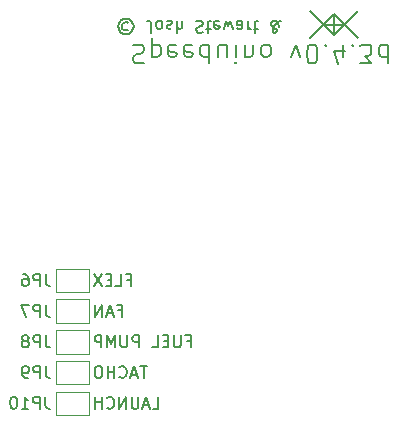
<source format=gbo>
G04 #@! TF.GenerationSoftware,KiCad,Pcbnew,(5.1.9-0-10_14)*
G04 #@! TF.CreationDate,2021-05-13T22:30:55+10:00*
G04 #@! TF.ProjectId,v0.4.3d,76302e34-2e33-4642-9e6b-696361645f70,4d*
G04 #@! TF.SameCoordinates,Original*
G04 #@! TF.FileFunction,Legend,Bot*
G04 #@! TF.FilePolarity,Positive*
%FSLAX46Y46*%
G04 Gerber Fmt 4.6, Leading zero omitted, Abs format (unit mm)*
G04 Created by KiCad (PCBNEW (5.1.9-0-10_14)) date 2021-05-13 22:30:55*
%MOMM*%
%LPD*%
G01*
G04 APERTURE LIST*
%ADD10C,0.150000*%
%ADD11C,0.120000*%
G04 APERTURE END LIST*
D10*
X162152000Y-88646000D02*
X164152000Y-90646000D01*
X164152000Y-88392000D02*
X162152000Y-90392000D01*
X144649880Y-111128571D02*
X144983214Y-111128571D01*
X144983214Y-111652380D02*
X144983214Y-110652380D01*
X144507023Y-110652380D01*
X143649880Y-111652380D02*
X144126071Y-111652380D01*
X144126071Y-110652380D01*
X143316547Y-111128571D02*
X142983214Y-111128571D01*
X142840357Y-111652380D02*
X143316547Y-111652380D01*
X143316547Y-110652380D01*
X142840357Y-110652380D01*
X142507023Y-110652380D02*
X141840357Y-111652380D01*
X141840357Y-110652380D02*
X142507023Y-111652380D01*
X143887976Y-113728571D02*
X144221309Y-113728571D01*
X144221309Y-114252380D02*
X144221309Y-113252380D01*
X143745119Y-113252380D01*
X143411785Y-113966666D02*
X142935595Y-113966666D01*
X143507023Y-114252380D02*
X143173690Y-113252380D01*
X142840357Y-114252380D01*
X142507023Y-114252380D02*
X142507023Y-113252380D01*
X141935595Y-114252380D01*
X141935595Y-113252380D01*
X149697500Y-116328571D02*
X150030833Y-116328571D01*
X150030833Y-116852380D02*
X150030833Y-115852380D01*
X149554642Y-115852380D01*
X149173690Y-115852380D02*
X149173690Y-116661904D01*
X149126071Y-116757142D01*
X149078452Y-116804761D01*
X148983214Y-116852380D01*
X148792738Y-116852380D01*
X148697500Y-116804761D01*
X148649880Y-116757142D01*
X148602261Y-116661904D01*
X148602261Y-115852380D01*
X148126071Y-116328571D02*
X147792738Y-116328571D01*
X147649880Y-116852380D02*
X148126071Y-116852380D01*
X148126071Y-115852380D01*
X147649880Y-115852380D01*
X146745119Y-116852380D02*
X147221309Y-116852380D01*
X147221309Y-115852380D01*
X145649880Y-116852380D02*
X145649880Y-115852380D01*
X145268928Y-115852380D01*
X145173690Y-115900000D01*
X145126071Y-115947619D01*
X145078452Y-116042857D01*
X145078452Y-116185714D01*
X145126071Y-116280952D01*
X145173690Y-116328571D01*
X145268928Y-116376190D01*
X145649880Y-116376190D01*
X144649880Y-115852380D02*
X144649880Y-116661904D01*
X144602261Y-116757142D01*
X144554642Y-116804761D01*
X144459404Y-116852380D01*
X144268928Y-116852380D01*
X144173690Y-116804761D01*
X144126071Y-116757142D01*
X144078452Y-116661904D01*
X144078452Y-115852380D01*
X143602261Y-116852380D02*
X143602261Y-115852380D01*
X143268928Y-116566666D01*
X142935595Y-115852380D01*
X142935595Y-116852380D01*
X142459404Y-116852380D02*
X142459404Y-115852380D01*
X142078452Y-115852380D01*
X141983214Y-115900000D01*
X141935595Y-115947619D01*
X141887976Y-116042857D01*
X141887976Y-116185714D01*
X141935595Y-116280952D01*
X141983214Y-116328571D01*
X142078452Y-116376190D01*
X142459404Y-116376190D01*
X146316547Y-118452380D02*
X145745119Y-118452380D01*
X146030833Y-119452380D02*
X146030833Y-118452380D01*
X145459404Y-119166666D02*
X144983214Y-119166666D01*
X145554642Y-119452380D02*
X145221309Y-118452380D01*
X144887976Y-119452380D01*
X143983214Y-119357142D02*
X144030833Y-119404761D01*
X144173690Y-119452380D01*
X144268928Y-119452380D01*
X144411785Y-119404761D01*
X144507023Y-119309523D01*
X144554642Y-119214285D01*
X144602261Y-119023809D01*
X144602261Y-118880952D01*
X144554642Y-118690476D01*
X144507023Y-118595238D01*
X144411785Y-118500000D01*
X144268928Y-118452380D01*
X144173690Y-118452380D01*
X144030833Y-118500000D01*
X143983214Y-118547619D01*
X143554642Y-119452380D02*
X143554642Y-118452380D01*
X143554642Y-118928571D02*
X142983214Y-118928571D01*
X142983214Y-119452380D02*
X142983214Y-118452380D01*
X142316547Y-118452380D02*
X142126071Y-118452380D01*
X142030833Y-118500000D01*
X141935595Y-118595238D01*
X141887976Y-118785714D01*
X141887976Y-119119047D01*
X141935595Y-119309523D01*
X142030833Y-119404761D01*
X142126071Y-119452380D01*
X142316547Y-119452380D01*
X142411785Y-119404761D01*
X142507023Y-119309523D01*
X142554642Y-119119047D01*
X142554642Y-118785714D01*
X142507023Y-118595238D01*
X142411785Y-118500000D01*
X142316547Y-118452380D01*
X146792738Y-122052380D02*
X147268928Y-122052380D01*
X147268928Y-121052380D01*
X146507023Y-121766666D02*
X146030833Y-121766666D01*
X146602261Y-122052380D02*
X146268928Y-121052380D01*
X145935595Y-122052380D01*
X145602261Y-121052380D02*
X145602261Y-121861904D01*
X145554642Y-121957142D01*
X145507023Y-122004761D01*
X145411785Y-122052380D01*
X145221309Y-122052380D01*
X145126071Y-122004761D01*
X145078452Y-121957142D01*
X145030833Y-121861904D01*
X145030833Y-121052380D01*
X144554642Y-122052380D02*
X144554642Y-121052380D01*
X143983214Y-122052380D01*
X143983214Y-121052380D01*
X142935595Y-121957142D02*
X142983214Y-122004761D01*
X143126071Y-122052380D01*
X143221309Y-122052380D01*
X143364166Y-122004761D01*
X143459404Y-121909523D01*
X143507023Y-121814285D01*
X143554642Y-121623809D01*
X143554642Y-121480952D01*
X143507023Y-121290476D01*
X143459404Y-121195238D01*
X143364166Y-121100000D01*
X143221309Y-121052380D01*
X143126071Y-121052380D01*
X142983214Y-121100000D01*
X142935595Y-121147619D01*
X142507023Y-122052380D02*
X142507023Y-121052380D01*
X142507023Y-121528571D02*
X141935595Y-121528571D01*
X141935595Y-122052380D02*
X141935595Y-121052380D01*
X162152000Y-88646000D02*
X162152000Y-90246000D01*
X161352000Y-89574000D02*
X162952000Y-89574000D01*
X160152000Y-88392000D02*
X162152000Y-90392000D01*
X160152000Y-90646000D02*
X162152000Y-88646000D01*
X144725238Y-89971523D02*
X144630000Y-90019142D01*
X144439523Y-90019142D01*
X144344285Y-89971523D01*
X144249047Y-89876285D01*
X144201428Y-89781047D01*
X144201428Y-89590571D01*
X144249047Y-89495333D01*
X144344285Y-89400095D01*
X144439523Y-89352476D01*
X144630000Y-89352476D01*
X144725238Y-89400095D01*
X144534761Y-90352476D02*
X144296666Y-90304857D01*
X144058571Y-90162000D01*
X143915714Y-89923904D01*
X143868095Y-89685809D01*
X143915714Y-89447714D01*
X144058571Y-89209619D01*
X144296666Y-89066761D01*
X144534761Y-89019142D01*
X144772857Y-89066761D01*
X145010952Y-89209619D01*
X145153809Y-89447714D01*
X145201428Y-89685809D01*
X145153809Y-89923904D01*
X145010952Y-90162000D01*
X144772857Y-90304857D01*
X144534761Y-90352476D01*
X146677619Y-90209619D02*
X146677619Y-89495333D01*
X146630000Y-89352476D01*
X146534761Y-89257238D01*
X146391904Y-89209619D01*
X146296666Y-89209619D01*
X147296666Y-89209619D02*
X147201428Y-89257238D01*
X147153809Y-89304857D01*
X147106190Y-89400095D01*
X147106190Y-89685809D01*
X147153809Y-89781047D01*
X147201428Y-89828666D01*
X147296666Y-89876285D01*
X147439523Y-89876285D01*
X147534761Y-89828666D01*
X147582380Y-89781047D01*
X147630000Y-89685809D01*
X147630000Y-89400095D01*
X147582380Y-89304857D01*
X147534761Y-89257238D01*
X147439523Y-89209619D01*
X147296666Y-89209619D01*
X148010952Y-89257238D02*
X148106190Y-89209619D01*
X148296666Y-89209619D01*
X148391904Y-89257238D01*
X148439523Y-89352476D01*
X148439523Y-89400095D01*
X148391904Y-89495333D01*
X148296666Y-89542952D01*
X148153809Y-89542952D01*
X148058571Y-89590571D01*
X148010952Y-89685809D01*
X148010952Y-89733428D01*
X148058571Y-89828666D01*
X148153809Y-89876285D01*
X148296666Y-89876285D01*
X148391904Y-89828666D01*
X148868095Y-89209619D02*
X148868095Y-90209619D01*
X149296666Y-89209619D02*
X149296666Y-89733428D01*
X149249047Y-89828666D01*
X149153809Y-89876285D01*
X149010952Y-89876285D01*
X148915714Y-89828666D01*
X148868095Y-89781047D01*
X150487142Y-89257238D02*
X150630000Y-89209619D01*
X150868095Y-89209619D01*
X150963333Y-89257238D01*
X151010952Y-89304857D01*
X151058571Y-89400095D01*
X151058571Y-89495333D01*
X151010952Y-89590571D01*
X150963333Y-89638190D01*
X150868095Y-89685809D01*
X150677619Y-89733428D01*
X150582380Y-89781047D01*
X150534761Y-89828666D01*
X150487142Y-89923904D01*
X150487142Y-90019142D01*
X150534761Y-90114380D01*
X150582380Y-90162000D01*
X150677619Y-90209619D01*
X150915714Y-90209619D01*
X151058571Y-90162000D01*
X151344285Y-89876285D02*
X151725238Y-89876285D01*
X151487142Y-90209619D02*
X151487142Y-89352476D01*
X151534761Y-89257238D01*
X151630000Y-89209619D01*
X151725238Y-89209619D01*
X152439523Y-89257238D02*
X152344285Y-89209619D01*
X152153809Y-89209619D01*
X152058571Y-89257238D01*
X152010952Y-89352476D01*
X152010952Y-89733428D01*
X152058571Y-89828666D01*
X152153809Y-89876285D01*
X152344285Y-89876285D01*
X152439523Y-89828666D01*
X152487142Y-89733428D01*
X152487142Y-89638190D01*
X152010952Y-89542952D01*
X152820476Y-89876285D02*
X153010952Y-89209619D01*
X153201428Y-89685809D01*
X153391904Y-89209619D01*
X153582380Y-89876285D01*
X154391904Y-89209619D02*
X154391904Y-89733428D01*
X154344285Y-89828666D01*
X154249047Y-89876285D01*
X154058571Y-89876285D01*
X153963333Y-89828666D01*
X154391904Y-89257238D02*
X154296666Y-89209619D01*
X154058571Y-89209619D01*
X153963333Y-89257238D01*
X153915714Y-89352476D01*
X153915714Y-89447714D01*
X153963333Y-89542952D01*
X154058571Y-89590571D01*
X154296666Y-89590571D01*
X154391904Y-89638190D01*
X154868095Y-89209619D02*
X154868095Y-89876285D01*
X154868095Y-89685809D02*
X154915714Y-89781047D01*
X154963333Y-89828666D01*
X155058571Y-89876285D01*
X155153809Y-89876285D01*
X155344285Y-89876285D02*
X155725238Y-89876285D01*
X155487142Y-90209619D02*
X155487142Y-89352476D01*
X155534761Y-89257238D01*
X155630000Y-89209619D01*
X155725238Y-89209619D01*
X157630000Y-89209619D02*
X157582380Y-89209619D01*
X157487142Y-89257238D01*
X157344285Y-89400095D01*
X157106190Y-89685809D01*
X157010952Y-89828666D01*
X156963333Y-89971523D01*
X156963333Y-90066761D01*
X157010952Y-90162000D01*
X157106190Y-90209619D01*
X157153809Y-90209619D01*
X157249047Y-90162000D01*
X157296666Y-90066761D01*
X157296666Y-90019142D01*
X157249047Y-89923904D01*
X157201428Y-89876285D01*
X156915714Y-89685809D01*
X156868095Y-89638190D01*
X156820476Y-89542952D01*
X156820476Y-89400095D01*
X156868095Y-89304857D01*
X156915714Y-89257238D01*
X157010952Y-89209619D01*
X157153809Y-89209619D01*
X157249047Y-89257238D01*
X157296666Y-89304857D01*
X157439523Y-89495333D01*
X157487142Y-89638190D01*
X157487142Y-89733428D01*
X145136952Y-91300380D02*
X145365523Y-91224190D01*
X145746476Y-91224190D01*
X145898857Y-91300380D01*
X145975047Y-91376571D01*
X146051238Y-91528952D01*
X146051238Y-91681333D01*
X145975047Y-91833714D01*
X145898857Y-91909904D01*
X145746476Y-91986095D01*
X145441714Y-92062285D01*
X145289333Y-92138476D01*
X145213142Y-92214666D01*
X145136952Y-92367047D01*
X145136952Y-92519428D01*
X145213142Y-92671809D01*
X145289333Y-92748000D01*
X145441714Y-92824190D01*
X145822666Y-92824190D01*
X146051238Y-92748000D01*
X146736952Y-92290857D02*
X146736952Y-90690857D01*
X146736952Y-92214666D02*
X146889333Y-92290857D01*
X147194095Y-92290857D01*
X147346476Y-92214666D01*
X147422666Y-92138476D01*
X147498857Y-91986095D01*
X147498857Y-91528952D01*
X147422666Y-91376571D01*
X147346476Y-91300380D01*
X147194095Y-91224190D01*
X146889333Y-91224190D01*
X146736952Y-91300380D01*
X148794095Y-91300380D02*
X148641714Y-91224190D01*
X148336952Y-91224190D01*
X148184571Y-91300380D01*
X148108380Y-91452761D01*
X148108380Y-92062285D01*
X148184571Y-92214666D01*
X148336952Y-92290857D01*
X148641714Y-92290857D01*
X148794095Y-92214666D01*
X148870285Y-92062285D01*
X148870285Y-91909904D01*
X148108380Y-91757523D01*
X150165523Y-91300380D02*
X150013142Y-91224190D01*
X149708380Y-91224190D01*
X149556000Y-91300380D01*
X149479809Y-91452761D01*
X149479809Y-92062285D01*
X149556000Y-92214666D01*
X149708380Y-92290857D01*
X150013142Y-92290857D01*
X150165523Y-92214666D01*
X150241714Y-92062285D01*
X150241714Y-91909904D01*
X149479809Y-91757523D01*
X151613142Y-91224190D02*
X151613142Y-92824190D01*
X151613142Y-91300380D02*
X151460761Y-91224190D01*
X151156000Y-91224190D01*
X151003619Y-91300380D01*
X150927428Y-91376571D01*
X150851238Y-91528952D01*
X150851238Y-91986095D01*
X150927428Y-92138476D01*
X151003619Y-92214666D01*
X151156000Y-92290857D01*
X151460761Y-92290857D01*
X151613142Y-92214666D01*
X153060761Y-92290857D02*
X153060761Y-91224190D01*
X152375047Y-92290857D02*
X152375047Y-91452761D01*
X152451238Y-91300380D01*
X152603619Y-91224190D01*
X152832190Y-91224190D01*
X152984571Y-91300380D01*
X153060761Y-91376571D01*
X153822666Y-91224190D02*
X153822666Y-92290857D01*
X153822666Y-92824190D02*
X153746476Y-92748000D01*
X153822666Y-92671809D01*
X153898857Y-92748000D01*
X153822666Y-92824190D01*
X153822666Y-92671809D01*
X154584571Y-92290857D02*
X154584571Y-91224190D01*
X154584571Y-92138476D02*
X154660761Y-92214666D01*
X154813142Y-92290857D01*
X155041714Y-92290857D01*
X155194095Y-92214666D01*
X155270285Y-92062285D01*
X155270285Y-91224190D01*
X156260761Y-91224190D02*
X156108380Y-91300380D01*
X156032190Y-91376571D01*
X155956000Y-91528952D01*
X155956000Y-91986095D01*
X156032190Y-92138476D01*
X156108380Y-92214666D01*
X156260761Y-92290857D01*
X156489333Y-92290857D01*
X156641714Y-92214666D01*
X156717904Y-92138476D01*
X156794095Y-91986095D01*
X156794095Y-91528952D01*
X156717904Y-91376571D01*
X156641714Y-91300380D01*
X156489333Y-91224190D01*
X156260761Y-91224190D01*
X158546476Y-92290857D02*
X158927428Y-91224190D01*
X159308380Y-92290857D01*
X160222666Y-92824190D02*
X160375047Y-92824190D01*
X160527428Y-92748000D01*
X160603619Y-92671809D01*
X160679809Y-92519428D01*
X160756000Y-92214666D01*
X160756000Y-91833714D01*
X160679809Y-91528952D01*
X160603619Y-91376571D01*
X160527428Y-91300380D01*
X160375047Y-91224190D01*
X160222666Y-91224190D01*
X160070285Y-91300380D01*
X159994095Y-91376571D01*
X159917904Y-91528952D01*
X159841714Y-91833714D01*
X159841714Y-92214666D01*
X159917904Y-92519428D01*
X159994095Y-92671809D01*
X160070285Y-92748000D01*
X160222666Y-92824190D01*
X161441714Y-91376571D02*
X161517904Y-91300380D01*
X161441714Y-91224190D01*
X161365523Y-91300380D01*
X161441714Y-91376571D01*
X161441714Y-91224190D01*
X162889333Y-92290857D02*
X162889333Y-91224190D01*
X162508380Y-92900380D02*
X162127428Y-91757523D01*
X163117904Y-91757523D01*
X163727428Y-91376571D02*
X163803619Y-91300380D01*
X163727428Y-91224190D01*
X163651238Y-91300380D01*
X163727428Y-91376571D01*
X163727428Y-91224190D01*
X164336952Y-92824190D02*
X165327428Y-92824190D01*
X164794095Y-92214666D01*
X165022666Y-92214666D01*
X165175047Y-92138476D01*
X165251238Y-92062285D01*
X165327428Y-91909904D01*
X165327428Y-91528952D01*
X165251238Y-91376571D01*
X165175047Y-91300380D01*
X165022666Y-91224190D01*
X164565523Y-91224190D01*
X164413142Y-91300380D01*
X164336952Y-91376571D01*
X166698857Y-91224190D02*
X166698857Y-92824190D01*
X166698857Y-91300380D02*
X166546476Y-91224190D01*
X166241714Y-91224190D01*
X166089333Y-91300380D01*
X166013142Y-91376571D01*
X165936952Y-91528952D01*
X165936952Y-91986095D01*
X166013142Y-92138476D01*
X166089333Y-92214666D01*
X166241714Y-92290857D01*
X166546476Y-92290857D01*
X166698857Y-92214666D01*
D11*
X141400000Y-122600000D02*
X141400000Y-120600000D01*
X138600000Y-122600000D02*
X141400000Y-122600000D01*
X138600000Y-120600000D02*
X138600000Y-122600000D01*
X141400000Y-120600000D02*
X138600000Y-120600000D01*
X141400000Y-120000000D02*
X141400000Y-118000000D01*
X138600000Y-120000000D02*
X141400000Y-120000000D01*
X138600000Y-118000000D02*
X138600000Y-120000000D01*
X141400000Y-118000000D02*
X138600000Y-118000000D01*
X141400000Y-117400000D02*
X141400000Y-115400000D01*
X138600000Y-117400000D02*
X141400000Y-117400000D01*
X138600000Y-115400000D02*
X138600000Y-117400000D01*
X141400000Y-115400000D02*
X138600000Y-115400000D01*
X141400000Y-114800000D02*
X141400000Y-112800000D01*
X138600000Y-114800000D02*
X141400000Y-114800000D01*
X138600000Y-112800000D02*
X138600000Y-114800000D01*
X141400000Y-112800000D02*
X138600000Y-112800000D01*
X141400000Y-112200000D02*
X141400000Y-110200000D01*
X138600000Y-112200000D02*
X141400000Y-112200000D01*
X138600000Y-110200000D02*
X138600000Y-112200000D01*
X141400000Y-110200000D02*
X138600000Y-110200000D01*
D10*
X137709523Y-121052380D02*
X137709523Y-121766666D01*
X137757142Y-121909523D01*
X137852380Y-122004761D01*
X137995238Y-122052380D01*
X138090476Y-122052380D01*
X137233333Y-122052380D02*
X137233333Y-121052380D01*
X136852380Y-121052380D01*
X136757142Y-121100000D01*
X136709523Y-121147619D01*
X136661904Y-121242857D01*
X136661904Y-121385714D01*
X136709523Y-121480952D01*
X136757142Y-121528571D01*
X136852380Y-121576190D01*
X137233333Y-121576190D01*
X135709523Y-122052380D02*
X136280952Y-122052380D01*
X135995238Y-122052380D02*
X135995238Y-121052380D01*
X136090476Y-121195238D01*
X136185714Y-121290476D01*
X136280952Y-121338095D01*
X135090476Y-121052380D02*
X134995238Y-121052380D01*
X134900000Y-121100000D01*
X134852380Y-121147619D01*
X134804761Y-121242857D01*
X134757142Y-121433333D01*
X134757142Y-121671428D01*
X134804761Y-121861904D01*
X134852380Y-121957142D01*
X134900000Y-122004761D01*
X134995238Y-122052380D01*
X135090476Y-122052380D01*
X135185714Y-122004761D01*
X135233333Y-121957142D01*
X135280952Y-121861904D01*
X135328571Y-121671428D01*
X135328571Y-121433333D01*
X135280952Y-121242857D01*
X135233333Y-121147619D01*
X135185714Y-121100000D01*
X135090476Y-121052380D01*
X137733333Y-118452380D02*
X137733333Y-119166666D01*
X137780952Y-119309523D01*
X137876190Y-119404761D01*
X138019047Y-119452380D01*
X138114285Y-119452380D01*
X137257142Y-119452380D02*
X137257142Y-118452380D01*
X136876190Y-118452380D01*
X136780952Y-118500000D01*
X136733333Y-118547619D01*
X136685714Y-118642857D01*
X136685714Y-118785714D01*
X136733333Y-118880952D01*
X136780952Y-118928571D01*
X136876190Y-118976190D01*
X137257142Y-118976190D01*
X136209523Y-119452380D02*
X136019047Y-119452380D01*
X135923809Y-119404761D01*
X135876190Y-119357142D01*
X135780952Y-119214285D01*
X135733333Y-119023809D01*
X135733333Y-118642857D01*
X135780952Y-118547619D01*
X135828571Y-118500000D01*
X135923809Y-118452380D01*
X136114285Y-118452380D01*
X136209523Y-118500000D01*
X136257142Y-118547619D01*
X136304761Y-118642857D01*
X136304761Y-118880952D01*
X136257142Y-118976190D01*
X136209523Y-119023809D01*
X136114285Y-119071428D01*
X135923809Y-119071428D01*
X135828571Y-119023809D01*
X135780952Y-118976190D01*
X135733333Y-118880952D01*
X137733333Y-115852380D02*
X137733333Y-116566666D01*
X137780952Y-116709523D01*
X137876190Y-116804761D01*
X138019047Y-116852380D01*
X138114285Y-116852380D01*
X137257142Y-116852380D02*
X137257142Y-115852380D01*
X136876190Y-115852380D01*
X136780952Y-115900000D01*
X136733333Y-115947619D01*
X136685714Y-116042857D01*
X136685714Y-116185714D01*
X136733333Y-116280952D01*
X136780952Y-116328571D01*
X136876190Y-116376190D01*
X137257142Y-116376190D01*
X136114285Y-116280952D02*
X136209523Y-116233333D01*
X136257142Y-116185714D01*
X136304761Y-116090476D01*
X136304761Y-116042857D01*
X136257142Y-115947619D01*
X136209523Y-115900000D01*
X136114285Y-115852380D01*
X135923809Y-115852380D01*
X135828571Y-115900000D01*
X135780952Y-115947619D01*
X135733333Y-116042857D01*
X135733333Y-116090476D01*
X135780952Y-116185714D01*
X135828571Y-116233333D01*
X135923809Y-116280952D01*
X136114285Y-116280952D01*
X136209523Y-116328571D01*
X136257142Y-116376190D01*
X136304761Y-116471428D01*
X136304761Y-116661904D01*
X136257142Y-116757142D01*
X136209523Y-116804761D01*
X136114285Y-116852380D01*
X135923809Y-116852380D01*
X135828571Y-116804761D01*
X135780952Y-116757142D01*
X135733333Y-116661904D01*
X135733333Y-116471428D01*
X135780952Y-116376190D01*
X135828571Y-116328571D01*
X135923809Y-116280952D01*
X137733333Y-113252380D02*
X137733333Y-113966666D01*
X137780952Y-114109523D01*
X137876190Y-114204761D01*
X138019047Y-114252380D01*
X138114285Y-114252380D01*
X137257142Y-114252380D02*
X137257142Y-113252380D01*
X136876190Y-113252380D01*
X136780952Y-113300000D01*
X136733333Y-113347619D01*
X136685714Y-113442857D01*
X136685714Y-113585714D01*
X136733333Y-113680952D01*
X136780952Y-113728571D01*
X136876190Y-113776190D01*
X137257142Y-113776190D01*
X136352380Y-113252380D02*
X135685714Y-113252380D01*
X136114285Y-114252380D01*
X137733333Y-110652380D02*
X137733333Y-111366666D01*
X137780952Y-111509523D01*
X137876190Y-111604761D01*
X138019047Y-111652380D01*
X138114285Y-111652380D01*
X137257142Y-111652380D02*
X137257142Y-110652380D01*
X136876190Y-110652380D01*
X136780952Y-110700000D01*
X136733333Y-110747619D01*
X136685714Y-110842857D01*
X136685714Y-110985714D01*
X136733333Y-111080952D01*
X136780952Y-111128571D01*
X136876190Y-111176190D01*
X137257142Y-111176190D01*
X135828571Y-110652380D02*
X136019047Y-110652380D01*
X136114285Y-110700000D01*
X136161904Y-110747619D01*
X136257142Y-110890476D01*
X136304761Y-111080952D01*
X136304761Y-111461904D01*
X136257142Y-111557142D01*
X136209523Y-111604761D01*
X136114285Y-111652380D01*
X135923809Y-111652380D01*
X135828571Y-111604761D01*
X135780952Y-111557142D01*
X135733333Y-111461904D01*
X135733333Y-111223809D01*
X135780952Y-111128571D01*
X135828571Y-111080952D01*
X135923809Y-111033333D01*
X136114285Y-111033333D01*
X136209523Y-111080952D01*
X136257142Y-111128571D01*
X136304761Y-111223809D01*
M02*

</source>
